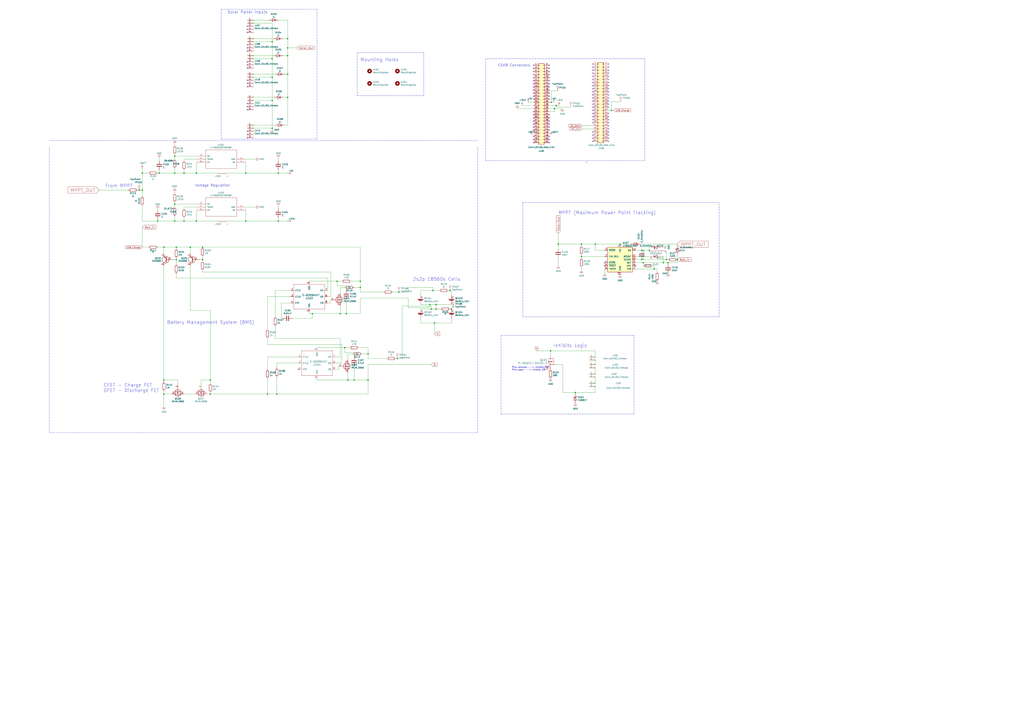
<source format=kicad_sch>
(kicad_sch (version 20211123) (generator eeschema)
  (paper "A1")
  (title_block (title "Atharva-EPS") (date "2022-08-27") (rev "1.0") (comment 1 "Atharva Kulkarni"))
  (junction (at 509.27 200.66))
  (junction (at 228.6 142.24))
  (junction (at 456.692 86.6902))
  (junction (at 151.13 142.24))
  (junction (at 295.91 236.22))
  (junction (at 143.51 142.24))
  (junction (at 143.51 128.27))
  (junction (at 236.22 31.75))
  (junction (at 161.29 181.61))
  (junction (at 236.22 60.96))
  (junction (at 458.47 200.66))
  (junction (at 548.64 215.9))
  (junction (at 527.05 213.36))
  (junction (at 236.22 45.72))
  (junction (at 547.37 213.36))
  (junction (at 356.87 265.43))
  (junction (at 228.6 181.61))
  (junction (at 114.3 156.21))
  (junction (at 151.13 181.61))
  (junction (at 161.29 142.24))
  (junction (at 134.62 312.42))
  (junction (at 455.422 89.2302))
  (junction (at 144.78 203.2))
  (junction (at 134.62 203.2))
  (junction (at 472.44 322.58))
  (junction (at 358.14 254))
  (junction (at 223.52 34.29))
  (junction (at 116.84 142.24))
  (junction (at 477.52 200.66))
  (junction (at 452.12 288.29))
  (junction (at 156.21 203.2))
  (junction (at 129.54 181.61))
  (junction (at 172.72 323.85))
  (junction (at 295.91 231.14))
  (junction (at 354.33 254))
  (junction (at 358.14 250.19))
  (junction (at 130.81 142.24))
  (junction (at 533.4 205.74))
  (junction (at 326.39 294.64))
  (junction (at 284.48 257.81))
  (junction (at 452.882 84.1502))
  (junction (at 285.75 312.42))
  (junction (at 556.26 213.36))
  (junction (at 166.37 203.2))
  (junction (at 276.86 231.14))
  (junction (at 223.52 105.41))
  (junction (at 527.05 205.74))
  (junction (at 223.52 48.26))
  (junction (at 166.37 213.36))
  (junction (at 302.26 312.42))
  (junction (at 528.32 215.9))
  (junction (at 223.52 82.55))
  (junction (at 355.6 238.76))
  (junction (at 302.26 290.83))
  (junction (at 502.158 90.7034))
  (junction (at 477.52 210.82))
  (junction (at 353.06 250.19))
  (junction (at 116.84 156.21))
  (junction (at 537.21 220.98))
  (junction (at 279.4 257.81))
  (junction (at 488.95 200.66))
  (junction (at 144.78 213.36))
  (junction (at 370.84 254))
  (junction (at 172.72 312.42))
  (junction (at 236.22 39.37))
  (junction (at 201.93 181.61))
  (junction (at 369.57 238.76))
  (junction (at 283.21 285.75))
  (junction (at 290.83 312.42))
  (junction (at 327.66 240.03))
  (junction (at 143.51 167.64))
  (junction (at 227.33 323.85))
  (junction (at 256.54 257.81))
  (junction (at 219.71 323.85))
  (junction (at 134.62 323.85))
  (junction (at 544.83 215.9))
  (junction (at 143.51 181.61))
  (junction (at 223.52 63.5))
  (junction (at 201.93 142.24))
  (junction (at 236.22 80.01))
  (no_connect (at 203.2 90.17))
  (no_connect (at 203.2 71.12))
  (no_connect (at 486.918 52.6034))
  (no_connect (at 486.918 55.1434))
  (no_connect (at 499.618 55.1434))
  (no_connect (at 486.918 98.3234))
  (no_connect (at 438.277 112.0902))
  (no_connect (at 438.277 79.0702))
  (no_connect (at 450.977 79.0702))
  (no_connect (at 499.618 78.0034))
  (no_connect (at 203.2 87.63))
  (no_connect (at 486.918 85.6234))
  (no_connect (at 499.618 103.4034))
  (no_connect (at 499.618 108.4834))
  (no_connect (at 499.618 93.2434))
  (no_connect (at 496.57 218.44))
  (no_connect (at 486.918 70.3834))
  (no_connect (at 203.2 50.8))
  (no_connect (at 499.618 70.3834))
  (no_connect (at 438.277 66.3702))
  (no_connect (at 203.2 53.34))
  (no_connect (at 499.618 98.3234))
  (no_connect (at 499.618 88.1634))
  (no_connect (at 438.277 76.5302))
  (no_connect (at 438.277 91.7702))
  (no_connect (at 203.2 39.37))
  (no_connect (at 245.11 303.53))
  (no_connect (at 450.977 66.3702))
  (no_connect (at 203.2 113.03))
  (no_connect (at 450.977 61.2902))
  (no_connect (at 450.977 56.2102))
  (no_connect (at 499.618 113.5634))
  (no_connect (at 450.977 73.9902))
  (no_connect (at 486.918 116.1034))
  (no_connect (at 499.618 60.2234))
  (no_connect (at 499.618 67.8434))
  (no_connect (at 438.277 73.9902))
  (no_connect (at 203.2 110.49))
  (no_connect (at 486.918 108.4834))
  (no_connect (at 450.977 63.8302))
  (no_connect (at 486.918 78.0034))
  (no_connect (at 203.2 36.83))
  (no_connect (at 438.277 53.6702))
  (no_connect (at 438.277 71.4502))
  (no_connect (at 499.618 85.6234))
  (no_connect (at 486.918 80.5434))
  (no_connect (at 499.618 72.9234))
  (no_connect (at 438.277 107.0102))
  (no_connect (at 450.977 107.0102))
  (no_connect (at 450.977 53.6702))
  (no_connect (at 499.618 80.5434))
  (no_connect (at 438.277 94.3102))
  (no_connect (at 450.977 81.6102))
  (no_connect (at 499.618 75.4634))
  (no_connect (at 203.2 41.91))
  (no_connect (at 486.918 93.2434))
  (no_connect (at 203.2 21.59))
  (no_connect (at 203.2 68.58))
  (no_connect (at 486.918 67.8434))
  (no_connect (at 203.2 26.67))
  (no_connect (at 486.918 83.0834))
  (no_connect (at 499.618 100.8634))
  (no_connect (at 450.977 96.8502))
  (no_connect (at 521.97 218.44))
  (no_connect (at 486.918 90.7034))
  (no_connect (at 499.618 52.6034))
  (no_connect (at 486.918 75.4634))
  (no_connect (at 450.977 71.4502))
  (no_connect (at 450.977 101.9302))
  (no_connect (at 486.918 95.7834))
  (no_connect (at 499.618 57.6834))
  (no_connect (at 450.977 104.4702))
  (no_connect (at 450.977 117.1702))
  (no_connect (at 438.277 99.3902))
  (no_connect (at 450.977 94.3102))
  (no_connect (at 486.918 100.8634))
  (no_connect (at 203.2 66.04))
  (no_connect (at 486.918 72.9234))
  (no_connect (at 499.618 95.7834))
  (no_connect (at 438.277 63.8302))
  (no_connect (at 438.277 61.2902))
  (no_connect (at 438.277 101.9302))
  (no_connect (at 486.918 113.5634))
  (no_connect (at 486.918 60.2234))
  (no_connect (at 450.977 58.7502))
  (no_connect (at 486.918 65.3034))
  (no_connect (at 499.618 105.9434))
  (no_connect (at 438.277 117.1702))
  (no_connect (at 499.618 62.7634))
  (no_connect (at 438.277 68.9102))
  (no_connect (at 499.618 65.3034))
  (no_connect (at 438.277 96.8502))
  (no_connect (at 450.977 68.9102))
  (no_connect (at 450.977 114.6302))
  (no_connect (at 499.618 116.1034))
  (no_connect (at 450.977 112.0902))
  (no_connect (at 450.977 76.5302))
  (no_connect (at 450.977 99.3902))
  (no_connect (at 203.2 107.95))
  (no_connect (at 499.618 83.0834))
  (no_connect (at 486.918 62.7634))
  (no_connect (at 438.277 81.6102))
  (no_connect (at 438.277 104.4702))
  (no_connect (at 486.918 111.0234))
  (no_connect (at 203.2 24.13))
  (no_connect (at 438.277 114.6302))
  (no_connect (at 203.2 85.09))
  (no_connect (at 499.618 111.0234))
  (no_connect (at 438.277 58.7502))
  (no_connect (at 486.918 57.6834))
  (no_connect (at 203.2 55.88))
  (no_connect (at 486.918 88.1634))
  (no_connect (at 438.277 56.2102))
  (no_connect (at 496.57 215.9))
  (wire (pts (xy 295.91 257.81) (xy 295.91 245.11)))
  (wire (pts (xy 256.54 257.81) (xy 279.4 257.81)))
  (wire (pts (xy 544.83 215.9) (xy 548.64 215.9)))
  (polyline (pts (xy 260.35 114.3) (xy 260.35 7.62)))
  (wire (pts (xy 219.71 293.37) (xy 219.71 303.53)))
  (wire (pts (xy 156.21 255.27) (xy 156.21 218.44)))
  (wire (pts (xy 142.24 213.36) (xy 144.78 213.36)))
  (wire (pts (xy 345.44 261.62) (xy 345.44 265.43)))
  (wire (pts (xy 134.62 218.44) (xy 134.62 312.42)))
  (wire (pts (xy 370.84 242.57) (xy 370.84 238.76)))
  (wire (pts (xy 161.29 142.24) (xy 179.07 142.24)))
  (wire (pts (xy 483.87 307.34) (xy 488.95 307.34)))
  (wire (pts (xy 345.44 254) (xy 354.33 254)))
  (wire (pts (xy 488.95 205.74) (xy 488.95 200.66)))
  (wire (pts (xy 548.64 215.9) (xy 556.26 215.9)))
  (wire (pts (xy 238.76 248.92) (xy 231.14 248.92)))
  (wire (pts (xy 488.95 299.72) (xy 483.87 299.72)))
  (wire (pts (xy 236.22 45.72) (xy 236.22 39.37)))
  (wire (pts (xy 544.83 210.82) (xy 544.83 215.9)))
  (wire (pts (xy 129.54 171.45) (xy 129.54 172.72)))
  (wire (pts (xy 521.97 210.82) (xy 534.67 210.82)))
  (wire (pts (xy 219.71 278.13) (xy 219.71 283.21)))
  (wire (pts (xy 450.977 86.6902) (xy 456.692 86.6902)))
  (wire (pts (xy 285.75 295.91) (xy 285.75 290.83)))
  (wire (pts (xy 326.39 294.64) (xy 330.2 294.64)))
  (wire (pts (xy 533.4 205.74) (xy 533.4 203.2)))
  (wire (pts (xy 502.158 90.7034) (xy 502.158 83.7184)))
  (wire (pts (xy 302.26 312.42) (xy 302.26 323.85)))
  (wire (pts (xy 345.44 265.43) (xy 356.87 265.43)))
  (wire (pts (xy 203.2 82.55) (xy 223.52 82.55)))
  (wire (pts (xy 456.692 87.9602) (xy 468.757 87.9602)))
  (wire (pts (xy 203.2 105.41) (xy 223.52 105.41)))
  (wire (pts (xy 114.3 156.21) (xy 116.84 156.21)))
  (wire (pts (xy 151.13 181.61) (xy 161.29 181.61)))
  (wire (pts (xy 113.03 156.21) (xy 114.3 156.21)))
  (wire (pts (xy 548.64 217.17) (xy 548.64 215.9)))
  (wire (pts (xy 295.91 236.22) (xy 295.91 240.03)))
  (wire (pts (xy 542.29 203.2) (xy 544.83 203.2)))
  (wire (pts (xy 521.97 215.9) (xy 528.32 215.9)))
  (wire (pts (xy 161.29 181.61) (xy 179.07 181.61)))
  (wire (pts (xy 166.37 222.25) (xy 166.37 223.52)))
  (polyline (pts (xy 411.48 275.59) (xy 411.48 340.36)))
  (wire (pts (xy 488.95 293.37) (xy 483.87 293.37)))
  (wire (pts (xy 275.59 293.37) (xy 279.4 293.37)))
  (wire (pts (xy 353.06 250.19) (xy 358.14 250.19)))
  (wire (pts (xy 238.76 243.84) (xy 219.71 243.84)))
  (wire (pts (xy 134.62 312.42) (xy 134.62 313.69)))
  (wire (pts (xy 161.29 128.27) (xy 143.51 128.27)))
  (wire (pts (xy 81.28 156.21) (xy 105.41 156.21)))
  (wire (pts (xy 458.47 191.77) (xy 458.47 200.66)))
  (wire (pts (xy 254 231.14) (xy 276.86 231.14)))
  (polyline (pts (xy 293.37 43.18) (xy 293.37 78.74)))
  (polyline (pts (xy 529.59 132.08) (xy 529.59 48.26)))
  (wire (pts (xy 302.26 290.83) (xy 302.26 294.64)))
  (wire (pts (xy 279.4 241.3) (xy 279.4 236.22)))
  (wire (pts (xy 232.766 80.01) (xy 236.22 80.01)))
  (wire (pts (xy 227.33 323.85) (xy 302.26 323.85)))
  (wire (pts (xy 144.78 228.6) (xy 269.24 228.6)))
  (wire (pts (xy 322.58 240.03) (xy 327.66 240.03)))
  (wire (pts (xy 283.21 285.75) (xy 287.02 285.75)))
  (polyline (pts (xy 398.78 48.26) (xy 398.78 132.08)))
  (wire (pts (xy 143.51 128.27) (xy 143.51 127)))
  (polyline (pts (xy 398.78 132.08) (xy 529.59 132.08)))
  (wire (pts (xy 290.83 312.42) (xy 302.26 312.42)))
  (wire (pts (xy 499.618 90.7034) (xy 502.158 90.7034)))
  (wire (pts (xy 527.05 205.74) (xy 533.4 205.74)))
  (wire (pts (xy 201.93 172.72) (xy 201.93 181.61)))
  (wire (pts (xy 130.81 129.54) (xy 130.81 132.08)))
  (wire (pts (xy 165.1 312.42) (xy 165.1 316.23)))
  (wire (pts (xy 455.422 91.7702) (xy 455.422 89.2302)))
  (wire (pts (xy 165.1 312.42) (xy 172.72 312.42)))
  (wire (pts (xy 356.87 265.43) (xy 356.87 274.32)))
  (wire (pts (xy 354.33 254) (xy 358.14 254)))
  (wire (pts (xy 143.51 119.38) (xy 143.51 118.11)))
  (wire (pts (xy 370.84 265.43) (xy 370.84 261.62)))
  (wire (pts (xy 452.882 84.1502) (xy 452.882 74.6252)))
  (wire (pts (xy 302.26 294.64) (xy 317.5 294.64)))
  (wire (pts (xy 488.95 288.29) (xy 488.95 293.37)))
  (wire (pts (xy 509.27 200.66) (xy 518.16 200.66)))
  (wire (pts (xy 186.69 181.61) (xy 201.93 181.61)))
  (polyline (pts (xy 347.98 78.74) (xy 347.98 43.18)))
  (wire (pts (xy 355.6 238.76) (xy 360.68 238.76)))
  (wire (pts (xy 528.32 218.44) (xy 528.32 215.9)))
  (wire (pts (xy 488.95 314.96) (xy 483.87 314.96)))
  (wire (pts (xy 488.95 317.5) (xy 488.95 322.58)))
  (wire (pts (xy 424.942 89.2302) (xy 438.277 89.2302)))
  (wire (pts (xy 496.57 205.74) (xy 488.95 205.74)))
  (wire (pts (xy 477.52 219.71) (xy 477.52 222.25)))
  (wire (pts (xy 151.13 179.07) (xy 151.13 181.61)))
  (wire (pts (xy 290.83 300.99) (xy 290.83 312.42)))
  (polyline (pts (xy 529.59 48.26) (xy 398.78 48.26)))
  (wire (pts (xy 144.78 212.09) (xy 144.78 213.36)))
  (wire (pts (xy 231.14 248.92) (xy 231.14 261.62)))
  (wire (pts (xy 458.47 200.66) (xy 458.47 204.47)))
  (wire (pts (xy 236.22 31.75) (xy 236.22 16.51)))
  (wire (pts (xy 276.86 234.95) (xy 284.48 234.95)))
  (wire (pts (xy 284.48 246.38) (xy 284.48 257.81)))
  (wire (pts (xy 269.24 248.92) (xy 271.78 248.92)))
  (wire (pts (xy 488.95 295.91) (xy 488.95 299.72)))
  (wire (pts (xy 161.29 172.72) (xy 161.29 181.61)))
  (wire (pts (xy 228.6 129.54) (xy 228.6 132.08)))
  (wire (pts (xy 345.44 250.19) (xy 353.06 250.19)))
  (wire (pts (xy 144.78 203.2) (xy 134.62 203.2)))
  (wire (pts (xy 527.05 213.36) (xy 547.37 213.36)))
  (wire (pts (xy 236.22 80.01) (xy 236.22 60.96)))
  (wire (pts (xy 335.28 240.03) (xy 335.28 236.22)))
  (wire (pts (xy 219.71 243.84) (xy 219.71 270.51)))
  (wire (pts (xy 240.03 261.62) (xy 256.54 261.62)))
  (wire (pts (xy 203.2 60.96) (xy 226.06 60.96)))
  (wire (pts (xy 151.13 323.85) (xy 160.02 323.85)))
  (wire (pts (xy 223.52 82.55) (xy 223.52 105.41)))
  (wire (pts (xy 276.86 231.14) (xy 276.86 234.95)))
  (wire (pts (xy 260.35 311.15) (xy 260.35 312.42)))
  (wire (pts (xy 163.83 213.36) (xy 166.37 213.36)))
  (wire (pts (xy 226.06 267.97) (xy 226.06 278.13)))
  (wire (pts (xy 134.62 321.31) (xy 134.62 323.85)))
  (polyline (pts (xy 293.37 78.74) (xy 347.98 78.74)))
  (wire (pts (xy 203.2 19.05) (xy 223.52 19.05)))
  (wire (pts (xy 276.86 231.14) (xy 280.67 231.14)))
  (wire (pts (xy 166.37 210.82) (xy 166.37 213.36)))
  (wire (pts (xy 370.84 254) (xy 370.84 252.73)))
  (wire (pts (xy 203.2 48.26) (xy 223.52 48.26)))
  (wire (pts (xy 271.78 243.84) (xy 271.78 223.52)))
  (wire (pts (xy 356.87 265.43) (xy 370.84 265.43)))
  (wire (pts (xy 275.59 303.53) (xy 278.13 303.53)))
  (wire (pts (xy 283.21 285.75) (xy 283.21 289.56)))
  (wire (pts (xy 186.69 142.24) (xy 201.93 142.24)))
  (wire (pts (xy 156.21 203.2) (xy 144.78 203.2)))
  (wire (pts (xy 502.158 83.7184) (xy 509.778 83.7184)))
  (wire (pts (xy 260.35 312.42) (xy 285.75 312.42)))
  (wire (pts (xy 151.13 171.45) (xy 151.13 170.18)))
  (wire (pts (xy 488.95 309.88) (xy 483.87 309.88)))
  (wire (pts (xy 302.26 285.75) (xy 302.26 290.83)))
  (wire (pts (xy 201.93 133.35) (xy 201.93 142.24)))
  (wire (pts (xy 143.51 130.81) (xy 143.51 128.27)))
  (wire (pts (xy 121.92 203.2) (xy 116.84 203.2)))
  (wire (pts (xy 295.91 231.14) (xy 295.91 236.22)))
  (wire (pts (xy 260.35 285.75) (xy 283.21 285.75)))
  (wire (pts (xy 129.54 180.34) (xy 129.54 181.61)))
  (wire (pts (xy 290.83 236.22) (xy 295.91 236.22)))
  (wire (pts (xy 535.94 218.44) (xy 537.21 218.44)))
  (wire (pts (xy 134.62 208.28) (xy 134.62 203.2)))
  (wire (pts (xy 478.028 105.9434) (xy 486.918 105.9434)))
  (wire (pts (xy 533.4 207.01) (xy 534.67 207.01)))
  (wire (pts (xy 452.12 288.29) (xy 488.95 288.29)))
  (wire (pts (xy 327.66 240.03) (xy 335.28 240.03)))
  (wire (pts (xy 203.2 45.72) (xy 224.79 45.72)))
  (wire (pts (xy 116.84 138.43) (xy 116.84 142.24)))
  (wire (pts (xy 129.54 142.24) (xy 130.81 142.24)))
  (polyline (pts (xy 480.9236 133.3246) (xy 482.6254 133.3246)))
  (wire (pts (xy 236.22 60.96) (xy 236.22 45.72)))
  (wire (pts (xy 369.57 238.76) (xy 370.84 238.76)))
  (wire (pts (xy 284.48 257.81) (xy 295.91 257.81)))
  (wire (pts (xy 528.32 215.9) (xy 544.83 215.9)))
  (wire (pts (xy 144.78 224.79) (xy 144.78 228.6)))
  (wire (pts (xy 285.75 306.07) (xy 285.75 312.42)))
  (wire (pts (xy 295.91 245.11) (xy 335.28 245.11)))
  (wire (pts (xy 537.21 218.44) (xy 537.21 220.98)))
  (wire (pts (xy 201.93 142.24) (xy 228.6 142.24)))
  (wire (pts (xy 330.2 294.64) (xy 330.2 251.46)))
  (wire (pts (xy 269.24 238.76) (xy 269.24 228.6)))
  (wire (pts (xy 256.54 261.62) (xy 256.54 257.81)))
  (wire (pts (xy 521.97 205.74) (xy 527.05 205.74)))
  (wire (pts (xy 477.52 209.55) (xy 477.52 210.82)))
  (wire (pts (xy 161.29 133.35) (xy 161.29 142.24)))
  (wire (pts (xy 228.6 179.07) (xy 228.6 181.61)))
  (wire (pts (xy 537.21 220.98) (xy 539.75 220.98)))
  (wire (pts (xy 143.51 167.64) (xy 143.51 166.37)))
  (wire (pts (xy 227.33 309.88) (xy 227.33 323.85)))
  (wire (pts (xy 228.6 181.61) (xy 236.22 181.61)))
  (wire (pts (xy 143.51 158.75) (xy 143.51 157.48)))
  (wire (pts (xy 156.21 208.28) (xy 156.21 203.2)))
  (wire (pts (xy 472.44 323.85) (xy 472.44 322.58)))
  (wire (pts (xy 166.37 223.52) (xy 271.78 223.52)))
  (wire (pts (xy 279.4 257.81) (xy 284.48 257.81)))
  (wire (pts (xy 302.26 312.42) (xy 302.26 299.72)))
  (wire (pts (xy 172.72 322.58) (xy 172.72 323.85)))
  (wire (pts (xy 345.44 238.76) (xy 355.6 238.76)))
  (wire (pts (xy 302.26 299.72) (xy 354.33 299.72)))
  (wire (pts (xy 146.05 316.23) (xy 146.05 312.42)))
  (wire (pts (xy 547.37 213.36) (xy 548.64 213.36)))
  (wire (pts (xy 355.6 236.22) (xy 355.6 238.76)))
  (wire (pts (xy 116.84 168.91) (xy 116.84 181.61)))
  (wire (pts (xy 450.977 89.2302) (xy 455.422 89.2302)))
  (wire (pts (xy 542.29 210.82) (xy 544.83 210.82)))
  (wire (pts (xy 129.54 181.61) (xy 143.51 181.61)))
  (wire (pts (xy 462.28 299.72) (xy 462.28 322.58)))
  (wire (pts (xy 144.78 213.36) (xy 144.78 217.17)))
  (wire (pts (xy 233.68 102.87) (xy 236.22 102.87)))
  (wire (pts (xy 236.22 39.37) (xy 243.84 39.37)))
  (wire (pts (xy 203.2 80.01) (xy 225.146 80.01)))
  (wire (pts (xy 219.71 311.15) (xy 219.71 323.85)))
  (wire (pts (xy 166.37 213.36) (xy 166.37 214.63)))
  (wire (pts (xy 166.37 203.2) (xy 156.21 203.2)))
  (wire (pts (xy 283.21 289.56) (xy 290.83 289.56)))
  (wire (pts (xy 172.72 323.85) (xy 219.71 323.85)))
  (wire (pts (xy 219.71 323.85) (xy 227.33 323.85)))
  (wire (pts (xy 143.51 170.18) (xy 143.51 167.64)))
  (wire (pts (xy 450.977 91.7702) (xy 455.422 91.7702)))
  (wire (pts (xy 201.93 170.18) (xy 209.55 170.18)))
  (wire (pts (xy 203.2 34.29) (xy 223.52 34.29)))
  (wire (pts (xy 201.93 130.81) (xy 209.55 130.81)))
  (wire (pts (xy 228.6 142.24) (xy 236.22 142.24)))
  (wire (pts (xy 203.2 31.75) (xy 224.79 31.75)))
  (wire (pts (xy 236.22 102.87) (xy 236.22 80.01)))
  (wire (pts (xy 496.57 220.98) (xy 496.57 224.79)))
  (wire (pts (xy 452.12 302.26) (xy 452.12 303.53)))
  (polyline (pts (xy 40.64 115.57) (xy 392.43 115.57)))
  (wire (pts (xy 172.72 312.42) (xy 172.72 314.96)))
  (wire (pts (xy 483.87 295.91) (xy 488.95 295.91)))
  (wire (pts (xy 233.68 60.96) (xy 236.22 60.96)))
  (wire (pts (xy 477.52 200.66) (xy 488.95 200.66)))
  (wire (pts (xy 556.26 213.36) (xy 556.26 215.9)))
  (wire (pts (xy 203.2 102.87) (xy 226.06 102.87)))
  (polyline (pts (xy 181.61 7.62) (xy 181.61 114.3)))
  (wire (pts (xy 279.4 236.22) (xy 283.21 236.22)))
  (wire (pts (xy 231.14 261.62) (xy 232.41 261.62)))
  (wire (pts (xy 238.76 238.76) (xy 226.06 238.76)))
  (polyline (pts (xy 590.55 260.35) (xy 590.55 166.37)))
  (wire (pts (xy 335.28 236.22) (xy 355.6 236.22)))
  (polyline (pts (xy 40.64 355.6) (xy 40.64 120.65)))
  (wire (pts (xy 477.52 210.82) (xy 477.52 212.09)))
  (polyline (pts (xy 520.7 275.59) (xy 411.48 275.59)))
  (wire (pts (xy 457.2 299.72) (xy 462.28 299.72)))
  (wire (pts (xy 488.95 307.34) (xy 488.95 302.26)))
  (wire (pts (xy 533.4 205.74) (xy 533.4 207.01)))
  (wire (pts (xy 533.4 203.2) (xy 534.67 203.2)))
  (wire (pts (xy 143.51 142.24) (xy 143.51 138.43)))
  (wire (pts (xy 325.12 294.64) (xy 326.39 294.64)))
  (wire (pts (xy 151.13 130.81) (xy 161.29 130.81)))
  (wire (pts (xy 294.64 285.75) (xy 302.26 285.75)))
  (wire (pts (xy 354.33 251.46) (xy 354.33 254)))
  (wire (pts (xy 130.81 142.24) (xy 143.51 142.24)))
  (wire (pts (xy 228.6 139.7) (xy 228.6 142.24)))
  (polyline (pts (xy 429.26 260.35) (xy 590.55 260.35)))
  (wire (pts (xy 151.13 132.08) (xy 151.13 130.81)))
  (wire (pts (xy 496.57 210.82) (xy 477.52 210.82)))
  (wire (pts (xy 295.91 240.03) (xy 314.96 240.03)))
  (wire (pts (xy 556.26 213.36) (xy 556.26 209.55)))
  (wire (pts (xy 345.44 238.76) (xy 345.44 242.57)))
  (wire (pts (xy 203.2 16.51) (xy 220.98 16.51)))
  (wire (pts (xy 455.422 89.2302) (xy 461.772 89.2302)))
  (wire (pts (xy 353.06 252.73) (xy 353.06 250.19)))
  (wire (pts (xy 284.48 234.95) (xy 284.48 238.76)))
  (wire (pts (xy 477.52 200.66) (xy 477.52 201.93)))
  (wire (pts (xy 245.11 298.45) (xy 227.33 298.45)))
  (wire (pts (xy 227.33 298.45) (xy 227.33 302.26)))
  (wire (pts (xy 521.97 213.36) (xy 527.05 213.36)))
  (wire (pts (xy 140.97 323.85) (xy 134.62 323.85)))
  (wire (pts (xy 219.71 283.21) (xy 280.67 283.21)))
  (polyline (pts (xy 392.43 355.6) (xy 40.64 355.6)))
  (wire (pts (xy 295.91 203.2) (xy 295.91 231.14)))
  (wire (pts (xy 488.95 200.66) (xy 509.27 200.66)))
  (wire (pts (xy 521.97 220.98) (xy 537.21 220.98)))
  (wire (pts (xy 116.84 142.24) (xy 116.84 156.21)))
  (wire (pts (xy 275.59 298.45) (xy 280.67 298.45)))
  (wire (pts (xy 143.51 181.61) (xy 151.13 181.61)))
  (wire (pts (xy 151.13 142.24) (xy 161.29 142.24)))
  (wire (pts (xy 330.2 251.46) (xy 354.33 251.46)))
  (wire (pts (xy 285.75 290.83) (xy 289.56 290.83)))
  (wire (pts (xy 358.14 250.19) (xy 358.14 254)))
  (wire (pts (xy 452.882 74.6252) (xy 457.962 74.6252)))
  (wire (pts (xy 462.28 322.58) (xy 472.44 322.58)))
  (wire (pts (xy 130.81 139.7) (xy 130.81 142.24)))
  (wire (pts (xy 223.52 19.05) (xy 223.52 34.29)))
  (wire (pts (xy 254 257.81) (xy 256.54 257.81)))
  (wire (pts (xy 151.13 139.7) (xy 151.13 142.24)))
  (wire (pts (xy 144.78 203.2) (xy 144.78 204.47)))
  (wire (pts (xy 236.22 39.37) (xy 236.22 31.75)))
  (wire (pts (xy 456.692 86.6902) (xy 456.692 87.9602)))
  (wire (pts (xy 335.28 252.73) (xy 353.06 252.73)))
  (polyline (pts (xy 392.43 120.65) (xy 392.43 355.6)))
  (wire (pts (xy 170.18 323.85) (xy 172.72 323.85)))
  (polyline (pts (xy 429.26 166.37) (xy 429.26 260.35)))
  (wire (pts (xy 488.95 309.88) (xy 488.95 314.96)))
  (wire (pts (xy 285.75 312.42) (xy 290.83 312.42)))
  (wire (pts (xy 223.52 63.5) (xy 223.52 82.55)))
  (wire (pts (xy 245.11 293.37) (xy 219.71 293.37)))
  (wire (pts (xy 433.832 84.1502) (xy 438.277 84.1502)))
  (wire (pts (xy 271.78 248.92) (xy 271.78 246.38)))
  (wire (pts (xy 166.37 203.2) (xy 295.91 203.2)))
  (wire (pts (xy 369.57 254) (xy 370.84 254)))
  (wire (pts (xy 502.158 90.7034) (xy 504.063 90.7034)))
  (wire (pts (xy 143.51 142.24) (xy 151.13 142.24)))
  (wire (pts (xy 458.47 200.66) (xy 477.52 200.66)))
  (wire (pts (xy 228.6 168.91) (xy 228.6 171.45)))
  (polyline (pts (xy 590.55 166.37) (xy 429.26 166.37)))
  (wire (pts (xy 370.84 252.73) (xy 372.11 252.73)))
  (wire (pts (xy 279.4 278.13) (xy 226.06 278.13)))
  (wire (pts (xy 201.93 181.61) (xy 228.6 181.61)))
  (wire (pts (xy 161.29 167.64) (xy 143.51 167.64)))
  (polyline (pts (xy 181.61 7.62) (xy 260.35 7.62)))
  (wire (pts (xy 146.05 312.42) (xy 134.62 312.42)))
  (wire (pts (xy 556.26 201.93) (xy 556.26 200.66)))
  (wire (pts (xy 525.78 200.66) (xy 556.26 200.66)))
  (wire (pts (xy 472.44 322.58) (xy 488.95 322.58)))
  (wire (pts (xy 116.84 186.69) (xy 116.84 203.2)))
  (wire (pts (xy 452.12 292.1) (xy 452.12 288.29)))
  (wire (pts (xy 450.977 84.1502) (xy 452.882 84.1502)))
  (wire (pts (xy 172.72 255.27) (xy 156.21 255.27)))
  (wire (pts (xy 488.95 302.26) (xy 483.87 302.26)))
  (wire (pts (xy 172.72 312.42) (xy 172.72 255.27)))
  (wire (pts (xy 223.52 105.41) (xy 223.52 106.68)))
  (wire (pts (xy 279.4 251.46) (xy 279.4 257.81)))
  (polyline (pts (xy 181.61 114.3) (xy 260.35 114.3)))
  (wire (pts (xy 232.41 31.75) (xy 236.22 31.75)))
  (wire (pts (xy 547.37 207.01) (xy 547.37 213.36)))
  (wire (pts (xy 278.13 303.53) (xy 278.13 300.99)))
  (wire (pts (xy 223.52 34.29) (xy 223.52 48.26)))
  (wire (pts (xy 290.83 289.56) (xy 290.83 293.37)))
  (wire (pts (xy 151.13 170.18) (xy 161.29 170.18)))
  (polyline (pts (xy 411.48 340.36) (xy 520.7 340.36)))
  (wire (pts (xy 483.87 317.5) (xy 488.95 317.5)))
  (wire (pts (xy 116.84 142.24) (xy 121.92 142.24)))
  (wire (pts (xy 254 256.54) (xy 254 257.81)))
  (wire (pts (xy 456.692 86.6902) (xy 459.232 86.6902)))
  (wire (pts (xy 358.14 250.19) (xy 370.84 250.19)))
  (wire (pts (xy 452.882 84.1502) (xy 454.787 84.1502)))
  (polyline (pts (xy 347.98 43.18) (xy 293.37 43.18)))
  (wire (pts (xy 228.6 16.51) (xy 236.22 16.51)))
  (wire (pts (xy 134.62 323.85) (xy 134.62 334.01)))
  (wire (pts (xy 440.69 288.29) (xy 452.12 288.29)))
  (wire (pts (xy 458.47 212.09) (xy 458.47 218.44)))
  (wire (pts (xy 297.18 290.83) (xy 302.26 290.83)))
  (wire (pts (xy 269.24 243.84) (xy 271.78 243.84)))
  (wire (pts (xy 358.14 254) (xy 361.95 254)))
  (wire (pts (xy 134.62 203.2) (xy 129.54 203.2)))
  (wire (pts (xy 116.84 156.21) (xy 116.84 161.29)))
  (wire (pts (xy 478.028 103.4034) (xy 486.918 103.4034)))
  (wire (pts (xy 232.41 45.72) (xy 236.22 45.72)))
  (wire (pts (xy 279.4 293.37) (xy 279.4 278.13)))
  (wire (pts (xy 368.3 238.76) (xy 369.57 238.76)))
  (wire (pts (xy 116.84 181.61) (xy 129.54 181.61)))
  (wire (pts (xy 223.52 48.26) (xy 223.52 63.5)))
  (wire (pts (xy 288.29 231.14) (xy 295.91 231.14)))
  (wire (pts (xy 335.28 245.11) (xy 335.28 252.73)))
  (wire (pts (xy 226.06 238.76) (xy 226.06 260.35)))
  (polyline (pts (xy 520.7 340.36) (xy 520.7 275.59)))
  (wire (pts (xy 438.277 86.6902) (xy 428.752 86.6902)))
  (wire (pts (xy 280.67 283.21) (xy 280.67 298.45)))
  (wire (pts (xy 143.51 181.61) (xy 143.51 177.8)))
  (wire (pts (xy 539.75 223.52) (xy 539.75 220.98)))
  (wire (pts (xy 203.2 63.5) (xy 223.52 63.5)))
  (text "Mounting Holes" (at 295.91 50.8 0) (effects (font (size 2.6924 2.6924)) (justify left bottom)))
  (text "CSKB Connectors" (at 409.067 54.9402 0) (effects (font (size 2.0066 2.0066)) (justify left bottom)))
  (text "CFET - Charge FET\nDFET - Discharge FET" (at 85.09 322.58 0) (effects (font (size 2.6924 2.6924)) (justify left bottom)))
  (text "Pins shorted --> Inhibits OFF\nPins open --> Inhibits ON" (at 420.37 304.8 0) (effects (font (size 1.2954 1.2954)) (justify left bottom)))
  (text "Voltage Regulation \n" (at 190.5 153.67 180) (effects (font (size 2.0066 2.0066)) (justify right bottom)))
  (text "MPPT (Maximum Power Point Tracking) " (at 458.47 176.53 0) (effects (font (size 2.6924 2.6924)) (justify left bottom)))
  (text "Battery Management System (BMS)" (at 137.16 266.7 0) (effects (font (size 2.6924 2.6924)) (justify left bottom)))
  (text "Solar Panel Inputs\n" (at 186.69 11.43 0) (effects (font (size 2.3114 2.3114)) (justify left bottom)))
  (text "2s2p 18560s Cells" (at 339.09 231.14 0) (effects (font (size 2.6924 2.6924)) (justify left bottom)))
  (text "From MPPT\n\n" (at 86.36 158.75 0) (effects (font (size 2.6924 2.6924)) (justify left bottom)))
  (text "Inhibits Logic\n" (at 454.66 285.75 0) (effects (font (size 2.6924 2.6924)) (justify left bottom)))
  (global_label "A" (shape input) (at 356.87 274.32 0) (effects (font (size 1.6002 1.6002))) (property "Intersheet References" "${INTERSHEET_REFS}" (effects hide)))
  (global_label "Batt_in" (shape input) (at 116.84 186.69 0) (effects (font (size 1.6002 1.6002))) (property "Intersheet References" "${INTERSHEET_REFS}" (effects hide)))
  (global_label "I2C_CLK" (shape input) (at 478.028 105.9434 180) (property "Intersheet References" "${INTERSHEET_REFS}" (effects hide)))
  (global_label "USB_Charge" (shape input) (at 116.84 203.2 180) (property "Intersheet References" "${INTERSHEET_REFS}" (effects hide)))
  (global_label "USB_Charge" (shape input) (at 504.063 90.7034 0) (property "Intersheet References" "${INTERSHEET_REFS}" (effects hide)))
  (global_label "MPPT_OUT" (shape input) (at 556.26 200.66 0) (effects (font (size 2.6924 2.6924))) (property "Intersheet References" "${INTERSHEET_REFS}" (effects hide)))
  (global_label "B" (shape input) (at 354.33 299.72 0) (effects (font (size 1.6002 1.6002))) (property "Intersheet References" "${INTERSHEET_REFS}" (effects hide)))
  (global_label "I2C_DATA" (shape input) (at 478.028 103.4034 180) (property "Intersheet References" "${INTERSHEET_REFS}" (effects hide)))
  (global_label "MPPT_OUT" (shape input) (at 81.28 156.21 180) (effects (font (size 2.6924 2.6924))) (property "Intersheet References" "${INTERSHEET_REFS}" (effects hide)))
  (global_label "Solar_Out" (shape input) (at 458.47 191.77 90) (effects (font (size 1.6002 1.6002))) (property "Intersheet References" "${INTERSHEET_REFS}" (effects hide)))
  (global_label "B" (shape input) (at 452.12 302.26 180) (effects (font (size 1.6002 1.6002))) (property "Intersheet References" "${INTERSHEET_REFS}" (effects hide)))
  (global_label "A" (shape input) (at 440.69 288.29 90) (effects (font (size 1.1938 1.1938))) (property "Intersheet References" "${INTERSHEET_REFS}" (effects hide)))
  (global_label "Batt_in" (shape input) (at 556.26 213.36 0) (effects (font (size 1.6002 1.6002))) (property "Intersheet References" "${INTERSHEET_REFS}" (effects hide)))
  (global_label "Solar_Out" (shape input) (at 243.84 39.37 0) (effects (font (size 1.6002 1.6002))) (property "Intersheet References" "${INTERSHEET_REFS}" (effects hide)))
  (symbol (lib_id "Connector_Generic:Conn_02x26_Odd_Even") (at 491.998 83.0834 0) (unit 1)
    (property "Reference" "J106" (at 491.363 121.8184 0) (effects (justify left)))
    (property "Value" "Conn_02x26_Odd_Even" (at 483.108 119.2784 0) (effects (justify left)))
    (property "Footprint" "Connector_PinSocket_2.54mm:PinSocket_2x26_P2.54mm_Vertical" (effects hide))
  )
  (symbol (lib_id "Connector:TestPoint") (at 509.778 83.7184 0) (unit 1)
    (property "Reference" "TP105" (at 517.398 80.5434 0) (effects (justify right)))
    (property "Value" "TestPoint" (at 514.858 78.0034 0) (effects (justify right)))
    (property "Footprint" "TestPoint:TestPoint_Pad_1.0x1.0mm" (effects hide))
  )
  (symbol (lib_id "Connector_Generic:Conn_02x26_Odd_Even") (at 443.357 84.1502 0) (unit 1)
    (property "Reference" "J105" (at 442.087 124.1552 0) (effects (justify left)))
    (property "Value" "Conn_02x26_Odd_Even" (at 433.832 120.9802 0) (effects (justify left)))
    (property "Footprint" "Connector_PinSocket_2.54mm:PinSocket_2x26_P2.54mm_Vertical" (effects hide))
  )
  (symbol (lib_id "power:+5V") (at 454.787 84.1502 0) (unit 1)
    (property "Reference" "#PWR0119" (effects hide))
    (property "Value" "+5V" (at 454.787 80.9752 0))
  )
  (symbol (lib_id "power:+3V3") (at 459.232 86.6902 0) (unit 1)
    (property "Reference" "#PWR0123" (effects hide))
    (property "Value" "+3V3" (at 459.613 82.296 0))
  )
  (symbol (lib_id "power:+5V") (at 433.832 84.1502 0) (unit 1)
    (property "Reference" "#PWR0116" (effects hide))
    (property "Value" "+5V" (at 435.102 80.9752 0))
  )
  (symbol (lib_id "power:+3V3") (at 428.752 86.6902 0) (unit 1)
    (property "Reference" "#PWR0115" (effects hide))
    (property "Value" "+3V3" (at 429.133 82.296 0))
  )
  (symbol (lib_id "power:GND") (at 461.772 89.2302 0) (unit 1)
    (property "Reference" "#PWR0124" (effects hide))
    (property "Value" "GND" (at 461.899 93.6244 0))
  )
  (symbol (lib_id "power:GND") (at 424.942 89.2302 180) (unit 1)
    (property "Reference" "#PWR0114" (effects hide))
    (property "Value" "GND" (at 424.815 84.836 0))
  )
  (symbol (lib_id "Connector:TestPoint") (at 457.962 74.6252 0) (unit 1)
    (property "Reference" "TP101" (at 464.947 72.0852 0) (effects (justify right)))
    (property "Value" "TestPoint" (at 462.407 68.9102 0) (effects (justify right)))
    (property "Footprint" "TestPoint:TestPoint_Pad_1.0x1.0mm" (effects hide))
  )
  (symbol (lib_id "Connector:TestPoint") (at 468.757 87.9602 0) (unit 1)
    (property "Reference" "TP102" (at 470.2302 84.963 0) (effects (justify left)))
    (property "Value" "TestPoint" (at 470.2302 87.2744 0) (effects (justify left)))
    (property "Footprint" "TestPoint:TestPoint_Pad_1.0x1.0mm" (effects hide))
  )
  (symbol (lib_id "power:+BATT") (at 438.277 109.5502 90) (unit 1)
    (property "Reference" "#PWR0117" (effects hide))
    (property "Value" "+BATT" (at 436.3466 108.3564 90))
  )
  (symbol (lib_id "power:+BATT") (at 450.977 109.5502 270) (unit 1)
    (property "Reference" "#PWR0118" (effects hide))
    (property "Value" "+BATT" (at 455.549 108.5342 90))
  )
  (symbol (lib_id "Atharva-EPS-rescue:LT1930ES5TRMPBF-LT1930ES5TRMPBF") (at 201.93 133.35 180) (unit 1)
    (property "Reference" "U101" (at 181.61 118.999 0))
    (property "Value" "LT1930ES5TRMPBF" (at 181.61 121.3104 0))
    (property "Footprint" "LT1930ES5TRMPBF:SOT-5_S" (effects hide))
    (property "COPYRIGHT" "Copyright C 2016 Accelerated Designs. All rights reserved" (effects hide))
    (property "MANUFACTURER_PART_NUMBER" "LT1930ES5#TRMPBF" (effects hide))
    (property "VENDOR" "Linear Technology" (effects hide))
    (property "DIGIKEY_PART_NUMBER" "LT1930ES5#TRMPBFTRND" (effects hide))
  )
  (symbol (lib_id "Device:R") (at 452.12 307.34 0) (unit 1)
    (property "Reference" "R122" (at 453.898 306.1716 0) (effects (justify left)))
    (property "Value" "280" (at 453.898 308.483 0) (effects (justify left)))
    (property "Footprint" "Resistor_SMD:R_0805_2012Metric" (effects hide))
  )
  (symbol (lib_id "power:GND") (at 452.12 311.15 0) (unit 1)
    (property "Reference" "#PWR0120" (effects hide))
    (property "Value" "GND" (at 452.247 315.5442 0))
  )
  (symbol (lib_id "Device:R") (at 151.13 135.89 180) (unit 1)
    (property "Reference" "R131" (at 152.908 134.7216 0) (effects (justify right)))
    (property "Value" "121k" (at 152.908 137.033 0) (effects (justify right)))
    (property "Footprint" "Resistor_SMD:R_0805_2012Metric" (effects hide))
  )
  (symbol (lib_id "Device:L") (at 182.88 142.24 270) (unit 1)
    (property "Reference" "L101" (at 179.07 144.78 90))
    (property "Value" "L" (at 186.69 144.78 90))
    (property "Footprint" "Inductor_SMD:L_1210_3225Metric" (effects hide))
  )
  (symbol (lib_id "power:GND") (at 223.52 106.68 0) (unit 1)
    (property "Reference" "#PWR0113" (effects hide))
    (property "Value" "GND" (at 227.33 106.68 0))
  )
  (symbol (lib_id "Device:R") (at 143.51 134.62 0) (unit 1)
    (property "Reference" "R128" (at 142.24 134.62 0) (effects (justify left)))
    (property "Value" "39.688k" (at 134.62 132.08 0) (effects (justify left)))
    (property "Footprint" "Resistor_SMD:R_0805_2012Metric" (effects hide))
  )
  (symbol (lib_id "Device:R") (at 143.51 123.19 0) (unit 1)
    (property "Reference" "R126" (at 145.288 122.0216 0) (effects (justify left)))
    (property "Value" "13.3k" (at 145.288 124.333 0) (effects (justify left)))
    (property "Footprint" "Resistor_SMD:R_0805_2012Metric" (effects hide))
  )
  (symbol (lib_id "power:GND") (at 143.51 118.11 180) (unit 1)
    (property "Reference" "#PWR0121" (effects hide))
    (property "Value" "GND" (at 143.383 113.7158 0))
  )
  (symbol (lib_id "power:GND") (at 209.55 130.81 90) (unit 1)
    (property "Reference" "#PWR0125" (effects hide))
    (property "Value" "GND" (at 212.8012 130.683 90) (effects (justify right)))
  )
  (symbol (lib_id "Atharva-EPS-rescue:LT1930ES5TRMPBF-LT1930ES5TRMPBF") (at 201.93 172.72 180) (unit 1)
    (property "Reference" "U102" (at 181.61 158.369 0))
    (property "Value" "LT1930ES5TRMPBF" (at 181.61 160.6804 0))
    (property "Footprint" "LT1930ES5TRMPBF:SOT-5_S" (effects hide))
    (property "COPYRIGHT" "Copyright C 2016 Accelerated Designs. All rights reserved" (effects hide))
    (property "MANUFACTURER_PART_NUMBER" "LT1930ES5#TRMPBF" (effects hide))
    (property "VENDOR" "Linear Technology" (effects hide))
    (property "DIGIKEY_PART_NUMBER" "LT1930ES5#TRMPBFTRND" (effects hide))
  )
  (symbol (lib_id "Device:R") (at 151.13 175.26 180) (unit 1)
    (property "Reference" "R132" (at 152.908 174.0916 0) (effects (justify right)))
    (property "Value" "121k" (at 152.908 176.403 0) (effects (justify right)))
    (property "Footprint" "Resistor_SMD:R_0805_2012Metric" (effects hide))
  )
  (symbol (lib_id "Device:L") (at 182.88 181.61 270) (unit 1)
    (property "Reference" "L102" (at 179.07 184.15 90))
    (property "Value" "L" (at 186.69 184.15 90))
    (property "Footprint" "Inductor_SMD:L_1210_3225Metric" (effects hide))
  )
  (symbol (lib_id "Device:R") (at 143.51 173.99 0) (unit 1)
    (property "Reference" "R130" (at 139.7 173.99 0) (effects (justify left)))
    (property "Value" "21.672k" (at 134.62 171.45 0) (effects (justify left)))
    (property "Footprint" "Resistor_SMD:R_0805_2012Metric" (effects hide))
  )
  (symbol (lib_id "Device:R") (at 143.51 162.56 0) (unit 1)
    (property "Reference" "R129" (at 145.288 161.3916 0) (effects (justify left)))
    (property "Value" "13.3k" (at 145.288 163.703 0) (effects (justify left)))
    (property "Footprint" "Resistor_SMD:R_0805_2012Metric" (effects hide))
  )
  (symbol (lib_id "power:GND") (at 143.51 157.48 180) (unit 1)
    (property "Reference" "#PWR0126" (effects hide))
    (property "Value" "GND" (at 143.383 153.0858 0))
  )
  (symbol (lib_id "power:GND") (at 209.55 170.18 90) (unit 1)
    (property "Reference" "#PWR0128" (effects hide))
    (property "Value" "GND" (at 212.8012 170.053 90) (effects (justify right)))
  )
  (symbol (lib_id "Device:C") (at 458.47 208.28 0) (unit 1)
    (property "Reference" "C110" (at 461.391 207.1116 0) (effects (justify left)))
    (property "Value" "10uF" (at 461.391 209.423 0) (effects (justify left)))
    (property "Footprint" "Capacitor_SMD:C_0805_2012Metric" (effects hide))
  )
  (symbol (lib_id "power:GND") (at 458.47 218.44 0) (unit 1)
    (property "Reference" "#PWR0122" (effects hide))
    (property "Value" "GND" (at 458.597 222.8342 0))
  )
  (symbol (lib_id "Device:D_Schottky") (at 521.97 200.66 180) (unit 1)
    (property "Reference" "D102" (at 524.51 194.31 90))
    (property "Value" "D_Schottky" (at 527.05 194.31 90))
    (property "Footprint" "Diode_SMD:D_1210_3225Metric" (effects hide))
  )
  (symbol (lib_id "power:+3V3") (at 236.22 181.61 270) (unit 1)
    (property "Reference" "#PWR0129" (effects hide))
    (property "Value" "+3V3" (at 239.2934 179.8066 90))
  )
  (symbol (lib_id "power:+5V") (at 236.22 142.24 270) (unit 1)
    (property "Reference" "#PWR0131" (effects hide))
    (property "Value" "+5V" (at 239.014 140.3858 90))
  )
  (symbol (lib_id "power:GND") (at 509.27 226.06 0) (unit 1)
    (property "Reference" "#PWR0133" (effects hide))
    (property "Value" "GND" (at 509.397 230.4542 0))
  )
  (symbol (lib_id "power:+BATT") (at 116.84 138.43 0) (unit 1)
    (property "Reference" "#PWR0103" (effects hide))
    (property "Value" "+BATT" (at 117.221 134.0358 0))
  )
  (symbol (lib_id "Device:R") (at 125.73 142.24 270) (unit 1)
    (property "Reference" "R125" (at 125.73 144.78 90))
    (property "Value" "0" (at 125.73 147.32 90))
    (property "Footprint" "Resistor_SMD:R_0805_2012Metric" (effects hide))
  )
  (symbol (lib_id "Device:R") (at 116.84 165.1 180) (unit 1)
    (property "Reference" "R123" (at 114.3 165.1 90))
    (property "Value" "0" (at 111.76 165.1 90))
    (property "Footprint" "Resistor_SMD:R_0805_2012Metric" (effects hide))
  )
  (symbol (lib_id "Device:Battery_Cell") (at 345.44 247.65 0) (unit 1)
    (property "Reference" "BT101" (at 348.4372 245.2116 0) (effects (justify left)))
    (property "Value" "Battery_Cell" (at 348.4372 247.523 0) (effects (justify left)))
    (property "Footprint" "Battery:BatteryHolder_Keystone_1042_1x18650" (effects hide))
  )
  (symbol (lib_id "Device:Battery_Cell") (at 345.44 259.08 0) (unit 1)
    (property "Reference" "BT102" (at 348.4372 256.6416 0) (effects (justify left)))
    (property "Value" "Battery_Cell" (at 348.4372 258.953 0) (effects (justify left)))
    (property "Footprint" "Battery:BatteryHolder_Keystone_1042_1x18650" (effects hide))
  )
  (symbol (lib_id "Device:Battery_Cell") (at 370.84 247.65 0) (unit 1)
    (property "Reference" "BT103" (at 373.8372 245.2116 0) (effects (justify left)))
    (property "Value" "Battery_Cell" (at 373.8372 247.523 0) (effects (justify left)))
    (property "Footprint" "Battery:BatteryHolder_Keystone_1042_1x18650" (effects hide))
  )
  (symbol (lib_id "Device:Battery_Cell") (at 370.84 259.08 0) (unit 1)
    (property "Reference" "BT104" (at 373.8372 256.6416 0) (effects (justify left)))
    (property "Value" "Battery_Cell" (at 373.8372 258.953 0) (effects (justify left)))
    (property "Footprint" "Battery:BatteryHolder_Keystone_1042_1x18650" (effects hide))
  )
  (symbol (lib_id "power:GND") (at 477.52 222.25 0) (unit 1)
    (property "Reference" "#PWR0127" (effects hide))
    (property "Value" "GND" (at 477.647 226.6442 0))
  )
  (symbol (lib_id "Device:R") (at 477.52 205.74 0) (unit 1)
    (property "Reference" "R117" (at 479.298 204.5716 0) (effects (justify left)))
    (property "Value" "530k" (at 479.298 206.883 0) (effects (justify left)))
    (property "Footprint" "Resistor_SMD:R_0805_2012Metric" (effects hide))
  )
  (symbol (lib_id "Device:R") (at 477.52 215.9 0) (unit 1)
    (property "Reference" "R118" (at 479.298 214.7316 0) (effects (justify left)))
    (property "Value" "100k" (at 479.298 217.043 0) (effects (justify left)))
    (property "Footprint" "Resistor_SMD:R_0805_2012Metric" (effects hide))
  )
  (symbol (lib_id "power:GND") (at 496.57 224.79 0) (unit 1)
    (property "Reference" "#PWR0130" (effects hide))
    (property "Value" "GND" (at 496.697 229.1842 0))
  )
  (symbol (lib_id "Device:D_Schottky") (at 538.48 203.2 0) (unit 1)
    (property "Reference" "D110" (at 542.29 201.93 0))
    (property "Value" "D_Schottky" (at 530.86 201.93 0))
    (property "Footprint" "Diode_SMD:D_1210_3225Metric" (effects hide))
  )
  (symbol (lib_id "power:GND") (at 544.83 203.2 90) (unit 1)
    (property "Reference" "#PWR0139" (effects hide))
    (property "Value" "GND" (at 549.2242 203.073 0))
  )
  (symbol (lib_id "power:GND") (at 134.62 334.01 0) (unit 1)
    (property "Reference" "#PWR0102" (effects hide))
    (property "Value" "GND" (at 134.747 338.4042 0))
  )
  (symbol (lib_id "Transistor_FET:IRLML2060") (at 276.86 246.38 0) (unit 1)
    (property "Reference" "Q104" (at 282.0416 245.2116 0) (effects (justify left)))
    (property "Value" "IRLML2060" (at 282.0416 247.523 0) (effects (justify left)))
    (property "Footprint" "Package_TO_SOT_SMD:SOT-23" (effects hide))
    (property "Datasheet" "https://www.infineon.com/dgdl/irlml2060pbf.pdf?fileId=5546d462533600a401535664b7fb25ee" (effects hide))
  )
  (symbol (lib_id "Transistor_FET:IRLML2060") (at 283.21 300.99 0) (unit 1)
    (property "Reference" "Q105" (at 288.3916 299.8216 0) (effects (justify left)))
    (property "Value" "IRLML2060" (at 288.3916 302.133 0) (effects (justify left)))
    (property "Footprint" "Package_TO_SOT_SMD:SOT-23" (effects hide))
    (property "Datasheet" "https://www.infineon.com/dgdl/irlml2060pbf.pdf?fileId=5546d462533600a401535664b7fb25ee" (effects hide))
  )
  (symbol (lib_id "pspice:INDUCTOR") (at 541.02 207.01 0) (unit 1)
    (property "Reference" "L103" (at 535.94 208.28 0))
    (property "Value" "10uH" (at 541.02 208.28 0))
    (property "Footprint" "Inductor_SMD:L_1210_3225Metric" (effects hide))
  )
  (symbol (lib_id "Device:C") (at 527.05 209.55 0) (unit 1)
    (property "Reference" "C113" (at 528.32 213.36 90) (effects (justify left)))
    (property "Value" "1uF" (at 528.32 208.28 90) (effects (justify left)))
    (property "Footprint" "Capacitor_SMD:C_0805_2012Metric" (effects hide))
  )
  (symbol (lib_id "Device:D") (at 538.48 210.82 0) (unit 1)
    (property "Reference" "D111" (at 542.29 212.09 0))
    (property "Value" "D" (at 534.67 212.09 0))
    (property "Footprint" "Diode_SMD:D_1210_3225Metric" (effects hide))
  )
  (symbol (lib_id "Device:R") (at 552.45 213.36 90) (unit 1)
    (property "Reference" "R127" (at 552.45 208.1022 90))
    (property "Value" "0.05" (at 552.45 210.4136 90))
    (property "Footprint" "Resistor_SMD:R_0805_2012Metric" (effects hide))
  )
  (symbol (lib_id "Atharva-EPS-eagle-import:P-MOSFET-SOT23-3") (at 454.66 297.18 180) (unit 1)
    (property "Reference" "Q101" (at 449.6308 295.8338 0) (effects (font (size 1.4986 1.4986)) (justify left)))
    (property "Value" "P-MOSFET-SOT23-3" (at 449.6308 298.5008 0) (effects (font (size 1.4986 1.4986)) (justify left)))
    (property "Footprint" "TSM2307CX:SOT23-3" (effects hide))
  )
  (symbol (lib_id "Device:C") (at 548.64 220.98 0) (unit 1)
    (property "Reference" "C116" (at 551.561 219.8116 0) (effects (justify left)))
    (property "Value" "10uF" (at 551.561 222.123 0) (effects (justify left)))
    (property "Footprint" "Capacitor_SMD:C_0805_2012Metric" (effects hide))
  )
  (symbol (lib_id "power:GND") (at 548.64 224.79 0) (unit 1)
    (property "Reference" "#PWR0142" (effects hide))
    (property "Value" "GND" (at 546.1 224.79 0))
  )
  (symbol (lib_id "Device:D_Schottky") (at 556.26 205.74 270) (unit 1)
    (property "Reference" "D114" (at 560.07 205.74 90))
    (property "Value" "D_Schottky" (at 563.88 203.2 90))
    (property "Footprint" "Diode_SMD:D_1210_3225Metric" (effects hide))
  )
  (symbol (lib_id "Device:R") (at 532.13 218.44 270) (unit 1)
    (property "Reference" "R121" (at 532.13 218.44 90))
    (property "Value" "542k" (at 538.48 217.17 90))
    (property "Footprint" "Resistor_SMD:R_0805_2012Metric" (effects hide))
  )
  (symbol (lib_id "Device:R") (at 539.75 227.33 0) (unit 1)
    (property "Reference" "R124" (at 533.4 227.33 90))
    (property "Value" "459k" (at 535.94 227.33 90))
    (property "Footprint" "Resistor_SMD:R_0805_2012Metric" (effects hide))
  )
  (symbol (lib_id "power:GND") (at 539.75 231.14 0) (unit 1)
    (property "Reference" "#PWR0136" (effects hide))
    (property "Value" "GND" (at 537.21 231.14 0))
  )
  (symbol (lib_id "Transistor_FET:IRLML2060") (at 146.05 321.31 270) (unit 1)
    (property "Reference" "Q106" (at 146.05 327.6346 90))
    (property "Value" "IRLML2060" (at 146.05 329.946 90))
    (property "Footprint" "Package_TO_SOT_SMD:SOT-23" (effects hide))
    (property "Datasheet" "https://www.infineon.com/dgdl/irlml2060pbf.pdf?fileId=5546d462533600a401535664b7fb25ee" (effects hide))
  )
  (symbol (lib_id "Transistor_FET:IRLML2060") (at 165.1 321.31 90) (mirror x) (unit 1)
    (property "Reference" "Q107" (at 165.1 327.6346 90))
    (property "Value" "IRLML2060" (at 165.1 329.946 90))
    (property "Footprint" "Package_TO_SOT_SMD:SOT-23" (effects hide))
    (property "Datasheet" "https://www.infineon.com/dgdl/irlml2060pbf.pdf?fileId=5546d462533600a401535664b7fb25ee" (effects hide))
  )
  (symbol (lib_id "Device:R") (at 134.62 317.5 0) (unit 1)
    (property "Reference" "R143" (at 136.398 316.3316 0) (effects (justify left)))
    (property "Value" "1M" (at 136.398 318.643 0) (effects (justify left)))
    (property "Footprint" "Resistor_SMD:R_0805_2012Metric" (effects hide))
  )
  (symbol (lib_id "Device:R") (at 172.72 318.77 0) (unit 1)
    (property "Reference" "R144" (at 174.498 317.6016 0) (effects (justify left)))
    (property "Value" "1M" (at 174.498 319.913 0) (effects (justify left)))
    (property "Footprint" "Resistor_SMD:R_0805_2012Metric" (effects hide))
  )
  (symbol (lib_id "Connector:Conn_01x05_Female") (at 208.28 21.59 0) (unit 1)
    (property "Reference" "J107" (at 208.9912 20.9296 0) (effects (justify left)))
    (property "Value" "Conn_01x05_Female" (at 208.9912 23.241 0) (effects (justify left)))
    (property "Footprint" "Connector_Hirose:Hirose_DF13-05P-1.25DSA_1x05_P1.25mm_Vertical" (effects hide))
  )
  (symbol (lib_id "Connector:Conn_01x05_Female") (at 208.28 36.83 0) (unit 1)
    (property "Reference" "J108" (at 208.9912 36.1696 0) (effects (justify left)))
    (property "Value" "Conn_01x05_Female" (at 208.9912 38.481 0) (effects (justify left)))
    (property "Footprint" "Connector_Hirose:Hirose_DF13-05P-1.25DSA_1x05_P1.25mm_Vertical" (effects hide))
  )
  (symbol (lib_id "Connector:Conn_01x05_Female") (at 208.28 50.8 0) (unit 1)
    (property "Reference" "J109" (at 208.9912 50.1396 0) (effects (justify left)))
    (property "Value" "Conn_01x05_Female" (at 208.9912 52.451 0) (effects (justify left)))
    (property "Footprint" "Connector_Hirose:Hirose_DF13-05P-1.25DSA_1x05_P1.25mm_Vertical" (effects hide))
  )
  (symbol (lib_id "Connector:Conn_01x05_Female") (at 208.28 66.04 0) (unit 1)
    (property "Reference" "J110" (at 208.9912 65.3796 0) (effects (justify left)))
    (property "Value" "Conn_01x05_Female" (at 208.9912 67.691 0) (effects (justify left)))
    (property "Footprint" "Connector_Hirose:Hirose_DF13-05P-1.25DSA_1x05_P1.25mm_Vertical" (effects hide))
  )
  (symbol (lib_id "Connector:Conn_01x05_Female") (at 208.28 85.09 0) (unit 1)
    (property "Reference" "J111" (at 208.9912 84.4296 0) (effects (justify left)))
    (property "Value" "Conn_01x05_Female" (at 208.9912 86.741 0) (effects (justify left)))
    (property "Footprint" "Connector_Hirose:Hirose_DF13-05P-1.25DSA_1x05_P1.25mm_Vertical" (effects hide))
  )
  (symbol (lib_id "Connector:Conn_01x05_Female") (at 208.28 107.95 0) (unit 1)
    (property "Reference" "J112" (at 208.9912 107.2896 0) (effects (justify left)))
    (property "Value" "Conn_01x05_Female" (at 208.9912 109.601 0) (effects (justify left)))
    (property "Footprint" "Connector_Hirose:Hirose_DF13-05P-1.25DSA_1x05_P1.25mm_Vertical" (effects hide))
  )
  (symbol (lib_id "Device:R") (at 364.49 238.76 270) (unit 1)
    (property "Reference" "R119" (at 364.49 233.5022 90))
    (property "Value" "0" (at 364.49 235.8136 90))
    (property "Footprint" "Resistor_SMD:R_0805_2012Metric" (effects hide))
  )
  (symbol (lib_id "Device:R") (at 365.76 254 270) (unit 1)
    (property "Reference" "R120" (at 365.76 256.54 90))
    (property "Value" "0" (at 365.76 257.81 90))
    (property "Footprint" "Resistor_SMD:R_0805_2012Metric" (effects hide))
  )
  (symbol (lib_id "Device:R") (at 109.22 156.21 270) (unit 1)
    (property "Reference" "R113" (at 109.22 158.75 90))
    (property "Value" "0" (at 109.22 161.29 90))
    (property "Footprint" "Resistor_SMD:R_0805_2012Metric" (effects hide))
  )
  (symbol (lib_id "Device:R") (at 318.77 240.03 270) (unit 1)
    (property "Reference" "R115" (at 318.77 234.7722 90))
    (property "Value" "0" (at 318.77 237.0836 90))
    (property "Footprint" "Resistor_SMD:R_0805_2012Metric" (effects hide))
  )
  (symbol (lib_id "Device:R") (at 321.31 294.64 270) (unit 1)
    (property "Reference" "R116" (at 321.31 289.3822 90))
    (property "Value" "0" (at 321.31 291.6936 90))
    (property "Footprint" "Resistor_SMD:R_0805_2012Metric" (effects hide))
  )
  (symbol (lib_id "Connector:TestPoint") (at 369.57 238.76 0) (unit 1)
    (property "Reference" "TP107" (at 371.0432 235.7628 0) (effects (justify left)))
    (property "Value" "TestPoint" (at 371.0432 238.0742 0) (effects (justify left)))
    (property "Footprint" "TestPoint:TestPoint_Pad_1.0x1.0mm" (effects hide))
  )
  (symbol (lib_id "Connector:TestPoint") (at 372.11 252.73 0) (unit 1)
    (property "Reference" "TP108" (at 373.5832 249.7328 0) (effects (justify left)))
    (property "Value" "TestPoint" (at 373.5832 252.0442 0) (effects (justify left)))
    (property "Footprint" "TestPoint:TestPoint_Pad_1.0x1.0mm" (effects hide))
  )
  (symbol (lib_id "Connector:TestPoint") (at 327.66 240.03 0) (unit 1)
    (property "Reference" "TP106" (at 329.1332 237.0328 0) (effects (justify left)))
    (property "Value" "TestPoint" (at 329.1332 239.3442 0) (effects (justify left)))
    (property "Footprint" "TestPoint:TestPoint_Pad_1.0x1.0mm" (effects hide))
  )
  (symbol (lib_id "Connector:TestPoint") (at 326.39 294.64 0) (unit 1)
    (property "Reference" "TP104" (at 327.8632 291.6428 0) (effects (justify left)))
    (property "Value" "TestPoint" (at 327.8632 293.9542 0) (effects (justify left)))
    (property "Footprint" "TestPoint:TestPoint_Pad_1.0x1.0mm" (effects hide))
  )
  (symbol (lib_id "Connector:TestPoint") (at 114.3 156.21 0) (unit 1)
    (property "Reference" "TP103" (at 110.49 149.86 0) (effects (justify left)))
    (property "Value" "TestPoint" (at 106.68 147.32 0) (effects (justify left)))
    (property "Footprint" "TestPoint:TestPoint_Pad_1.0x1.0mm" (effects hide))
  )
  (symbol (lib_id "Device:R") (at 125.73 203.2 270) (unit 1)
    (property "Reference" "R114" (at 125.73 205.74 90))
    (property "Value" "0" (at 125.73 207.01 90))
    (property "Footprint" "Resistor_SMD:R_0805_2012Metric" (effects hide))
  )
  (symbol (lib_id "Atharva-EPS-eagle-import:S-8209AXXT") (at 254 243.84 0) (unit 1)
    (property "Reference" "U103" (at 254 245.11 0) (effects (font (size 1.4986 1.4986))))
    (property "Value" "S-8209AXXT" (at 255.27 242.57 0) (effects (font (size 1.4986 1.4986))))
    (property "Footprint" "S-8209AAA-T8T1y:SOP65P640X120-8N" (effects hide))
  )
  (symbol (lib_id "Mechanical:MountingHole") (at 303.53 58.42 0) (unit 1)
    (property "Reference" "H101" (at 306.07 57.2516 0) (effects (justify left)))
    (property "Value" "MountingHole" (at 306.07 59.563 0) (effects (justify left)))
    (property "Footprint" "MountingHole:MountingHole_3.2mm_M3_ISO7380_Pad_TopBottom" (effects hide))
  )
  (symbol (lib_id "Mechanical:MountingHole") (at 326.39 58.42 0) (unit 1)
    (property "Reference" "H102" (at 328.93 57.2516 0) (effects (justify left)))
    (property "Value" "MountingHole" (at 328.93 59.563 0) (effects (justify left)))
    (property "Footprint" "MountingHole:MountingHole_3.2mm_M3_ISO7380_Pad_TopBottom" (effects hide))
  )
  (symbol (lib_id "Mechanical:MountingHole") (at 303.53 68.58 0) (unit 1)
    (property "Reference" "H103" (at 306.07 67.4116 0) (effects (justify left)))
    (property "Value" "MountingHole" (at 306.07 69.723 0) (effects (justify left)))
    (property "Footprint" "MountingHole:MountingHole_3.2mm_M3_ISO7380_Pad_TopBottom" (effects hide))
  )
  (symbol (lib_id "Mechanical:MountingHole") (at 326.39 68.58 0) (unit 1)
    (property "Reference" "H104" (at 328.93 67.4116 0) (effects (justify left)))
    (property "Value" "MountingHole" (at 328.93 69.723 0) (effects (justify left)))
    (property "Footprint" "MountingHole:MountingHole_3.2mm_M3_ISO7380_Pad_TopBottom" (effects hide))
  )
  (symbol (lib_id "Device:R") (at 284.48 231.14 270) (unit 1)
    (property "Reference" "R109" (at 284.48 225.8822 90))
    (property "Value" "470" (at 284.48 228.1936 90))
    (property "Footprint" "Resistor_SMD:R_0805_2012Metric" (effects hide))
  )
  (symbol (lib_id "Device:R") (at 287.02 236.22 270) (unit 1)
    (property "Reference" "R110" (at 287.02 238.76 90))
    (property "Value" "51" (at 287.02 236.22 90))
    (property "Footprint" "Resistor_SMD:R_0805_2012Metric" (effects hide))
  )
  (symbol (lib_id "Device:C") (at 284.48 242.57 0) (unit 1)
    (property "Reference" "C106" (at 287.401 241.4016 0) (effects (justify left)))
    (property "Value" "0.1uF" (at 287.401 243.713 0) (effects (justify left)))
    (property "Footprint" "Capacitor_SMD:C_0805_2012Metric" (effects hide))
  )
  (symbol (lib_id "Device:C") (at 236.22 261.62 270) (unit 1)
    (property "Reference" "C105" (at 236.22 255.2192 90))
    (property "Value" "0.01uF" (at 236.22 257.5306 90))
    (property "Footprint" "Capacitor_SMD:C_0805_2012Metric" (effects hide))
  )
  (symbol (lib_id "Atharva-EPS-eagle-import:S-8209AXXT") (at 260.35 298.45 0) (unit 1)
    (property "Reference" "U104" (at 260.35 299.72 0) (effects (font (size 1.4986 1.4986))))
    (property "Value" "S-8209AXXT" (at 261.62 297.18 0) (effects (font (size 1.4986 1.4986))))
    (property "Footprint" "S-8209AAA-T8T1y:SOP65P640X120-8N" (effects hide))
  )
  (symbol (lib_id "Device:R") (at 290.83 285.75 270) (unit 1)
    (property "Reference" "R111" (at 290.83 280.4922 90))
    (property "Value" "470" (at 290.83 282.8036 90))
    (property "Footprint" "Resistor_SMD:R_0805_2012Metric" (effects hide))
  )
  (symbol (lib_id "Device:R") (at 293.37 290.83 270) (unit 1)
    (property "Reference" "R112" (at 293.37 293.37 90))
    (property "Value" "51" (at 293.37 290.83 90))
    (property "Footprint" "Resistor_SMD:R_0805_2012Metric" (effects hide))
  )
  (symbol (lib_id "Device:C") (at 290.83 297.18 0) (unit 1)
    (property "Reference" "C107" (at 293.751 296.0116 0) (effects (justify left)))
    (property "Value" "0.1uF" (at 293.751 298.323 0) (effects (justify left)))
    (property "Footprint" "Capacitor_SMD:C_0805_2012Metric" (effects hide))
  )
  (symbol (lib_id "Device:R") (at 219.71 274.32 0) (unit 1)
    (property "Reference" "R105" (at 221.488 273.1516 0) (effects (justify left)))
    (property "Value" "1k" (at 221.488 275.463 0) (effects (justify left)))
    (property "Footprint" "Resistor_SMD:R_0805_2012Metric" (effects hide))
  )
  (symbol (lib_id "Device:R") (at 226.06 264.16 0) (unit 1)
    (property "Reference" "R107" (at 227.838 262.9916 0) (effects (justify left)))
    (property "Value" "1k" (at 227.838 265.303 0) (effects (justify left)))
    (property "Footprint" "Resistor_SMD:R_0805_2012Metric" (effects hide))
  )
  (symbol (lib_id "Transistor_BJT:2N3906") (at 158.75 213.36 180) (unit 1)
    (property "Reference" "Q103" (at 153.8986 212.1916 0) (effects (justify left)))
    (property "Value" "2N3906" (at 153.8986 214.503 0) (effects (justify left)))
    (property "Footprint" "Package_TO_SOT_THT:TO-92_Inline" (effects hide))
    (property "Datasheet" "https://www.onsemi.com/pub/Collateral/2N3906-D.PDF" (effects hide))
  )
  (symbol (lib_id "Transistor_BJT:2N3906") (at 137.16 213.36 180) (unit 1)
    (property "Reference" "Q102" (at 132.3086 212.1916 0) (effects (justify left)))
    (property "Value" "2N3906" (at 132.3086 214.503 0) (effects (justify left)))
    (property "Footprint" "Package_TO_SOT_THT:TO-92_Inline" (effects hide))
    (property "Datasheet" "https://www.onsemi.com/pub/Collateral/2N3906-D.PDF" (effects hide))
  )
  (symbol (lib_id "Device:R") (at 144.78 208.28 0) (unit 1)
    (property "Reference" "R101" (at 146.558 207.1116 0) (effects (justify left)))
    (property "Value" "1M" (at 146.558 209.423 0) (effects (justify left)))
    (property "Footprint" "Resistor_SMD:R_0805_2012Metric" (effects hide))
  )
  (symbol (lib_id "Device:R") (at 144.78 220.98 0) (unit 1)
    (property "Reference" "R102" (at 146.558 219.8116 0) (effects (justify left)))
    (property "Value" "510k" (at 146.558 222.123 0) (effects (justify left)))
    (property "Footprint" "Resistor_SMD:R_0805_2012Metric" (effects hide))
  )
  (symbol (lib_id "Device:R") (at 166.37 207.01 0) (unit 1)
    (property "Reference" "R103" (at 168.148 205.8416 0) (effects (justify left)))
    (property "Value" "1M" (at 168.148 208.153 0) (effects (justify left)))
    (property "Footprint" "Resistor_SMD:R_0805_2012Metric" (effects hide))
  )
  (symbol (lib_id "Device:R") (at 166.37 218.44 0) (unit 1)
    (property "Reference" "R104" (at 168.148 217.2716 0) (effects (justify left)))
    (property "Value" "510k" (at 168.148 219.583 0) (effects (justify left)))
    (property "Footprint" "Resistor_SMD:R_0805_2012Metric" (effects hide))
  )
  (symbol (lib_id "Device:R") (at 219.71 307.34 0) (unit 1)
    (property "Reference" "R106" (at 221.488 306.1716 0) (effects (justify left)))
    (property "Value" "1k" (at 221.488 308.483 0) (effects (justify left)))
    (property "Footprint" "Resistor_SMD:R_0805_2012Metric" (effects hide))
  )
  (symbol (lib_id "Device:R") (at 227.33 306.07 0) (unit 1)
    (property "Reference" "R108" (at 229.108 304.9016 0) (effects (justify left)))
    (property "Value" "1k" (at 229.108 307.213 0) (effects (justify left)))
    (property "Footprint" "Resistor_SMD:R_0805_2012Metric" (effects hide))
  )
  (symbol (lib_id "Connector:Conn_01x02_Female") (at 488.95 293.37 0) (unit 1)
    (property "Reference" "J101" (at 502.92 292.1 0) (effects (justify left)))
    (property "Value" "Conn_01x02_Female" (at 495.3 294.64 0) (effects (justify left)))
    (property "Footprint" "Connector_Hirose:Hirose_DF13-02P-1.25DSA_1x02_P1.25mm_Vertical" (effects hide))
  )
  (symbol (lib_id "Connector:Conn_01x02_Female") (at 488.95 299.72 0) (unit 1)
    (property "Reference" "J102" (at 502.92 299.72 0) (effects (justify left)))
    (property "Value" "Conn_01x02_Female" (at 496.57 302.26 0) (effects (justify left)))
    (property "Footprint" "Connector_Hirose:Hirose_DF13-02P-1.25DSA_1x02_P1.25mm_Vertical" (effects hide))
  )
  (symbol (lib_id "Connector:Conn_01x02_Female") (at 488.95 307.34 0) (unit 1)
    (property "Reference" "J103" (at 501.65 307.34 0) (effects (justify left)))
    (property "Value" "Conn_01x02_Female" (at 496.57 309.88 0) (effects (justify left)))
    (property "Footprint" "Connector_Hirose:Hirose_DF13-02P-1.25DSA_1x02_P1.25mm_Vertical" (effects hide))
  )
  (symbol (lib_id "Diode:1N5817") (at 472.44 327.66 270) (unit 1)
    (property "Reference" "D101" (at 474.472 326.4916 90) (effects (justify left)))
    (property "Value" "1N5817" (at 474.472 328.803 90) (effects (justify left)))
    (property "Footprint" "Diode_THT:D_DO-41_SOD81_P10.16mm_Horizontal" (effects hide))
    (property "Datasheet" "http://www.vishay.com/docs/88525/1n5817.pdf" (effects hide))
  )
  (symbol (lib_id "power:GND") (at 472.44 331.47 0) (unit 1)
    (property "Reference" "#PWR0101" (effects hide))
    (property "Value" "GND" (at 472.567 335.8642 0))
  )
  (symbol (lib_id "Connector:Conn_01x02_Female") (at 488.95 314.96 0) (unit 1)
    (property "Reference" "J104" (at 505.46 314.96 0) (effects (justify left)))
    (property "Value" "Conn_01x02_Female" (at 497.84 318.77 0) (effects (justify left)))
    (property "Footprint" "Connector_Hirose:Hirose_DF13-02P-1.25DSA_1x02_P1.25mm_Vertical" (effects hide))
  )
  (symbol (lib_id "Device:D") (at 229.87 60.96 180) (unit 1)
    (property "Reference" "D107" (at 229.87 55.9902 0))
    (property "Value" "D" (at 229.87 58.5271 0))
    (property "Footprint" "Diode_SMD:D_1210_3225Metric" (effects hide))
  )
  (symbol (lib_id "Battery_Management:LT3652EMSE") (at 509.27 213.36 0) (unit 1)
    (property "Reference" "U107" (at 511.2894 199.5002 0) (effects (justify left)))
    (property "Value" "LT3652EMSE" (at 511.2894 202.0371 0) (effects (justify left)))
    (property "Footprint" "Package_SO:MSOP-12-1EP_3x4mm_P0.65mm_EP1.65x2.85mm" (effects hide))
    (property "Datasheet" "https://www.analog.com/media/en/technical-documentation/data-sheets/3652fe.pdf" (effects hide))
  )
  (symbol (lib_id "power:GND") (at 228.6 129.54 180) (unit 1)
    (property "Reference" "#PWR0106" (effects hide))
    (property "Value" "GND" (at 228.6 125.9642 0))
  )
  (symbol (lib_id "Device:D") (at 229.87 102.87 180) (unit 1)
    (property "Reference" "D108" (at 229.87 97.9002 0))
    (property "Value" "D" (at 229.87 100.4371 0))
    (property "Footprint" "Diode_SMD:D_1210_3225Metric" (effects hide))
  )
  (symbol (lib_id "Device:C") (at 228.6 175.26 0) (unit 1)
    (property "Reference" "C104" (at 231.521 174.4253 0) (effects (justify left)))
    (property "Value" "C" (at 231.521 176.9622 0) (effects (justify left)))
    (property "Footprint" "Capacitor_SMD:C_0805_2012Metric" (effects hide))
  )
  (symbol (lib_id "Device:D") (at 228.6 45.72 180) (unit 1)
    (property "Reference" "D105" (at 228.6 40.7502 0))
    (property "Value" "D" (at 228.6 43.2871 0))
    (property "Footprint" "Diode_SMD:D_1210_3225Metric" (effects hide))
  )
  (symbol (lib_id "Device:D") (at 228.956 80.01 180) (unit 1)
    (property "Reference" "D106" (at 228.956 75.0402 0))
    (property "Value" "D" (at 228.956 77.5771 0))
    (property "Footprint" "Diode_SMD:D_1210_3225Metric" (effects hide))
  )
  (symbol (lib_id "Device:D") (at 228.6 31.75 180) (unit 1)
    (property "Reference" "D104" (at 228.6 26.7802 0))
    (property "Value" "D" (at 228.6 29.3171 0))
    (property "Footprint" "Diode_SMD:D_1210_3225Metric" (effects hide))
  )
  (symbol (lib_id "Device:C") (at 130.81 135.89 0) (unit 1)
    (property "Reference" "C102" (at 133.731 135.0553 0) (effects (justify left)))
    (property "Value" "C" (at 133.731 137.5922 0) (effects (justify left)))
    (property "Footprint" "Capacitor_SMD:C_0805_2012Metric" (effects hide))
  )
  (symbol (lib_id "power:GND") (at 130.81 129.54 180) (unit 1)
    (property "Reference" "#PWR0107" (effects hide))
    (property "Value" "GND" (at 130.81 125.9642 0))
  )
  (symbol (lib_id "power:GND") (at 228.6 168.91 180) (unit 1)
    (property "Reference" "#PWR0105" (effects hide))
    (property "Value" "GND" (at 228.6 165.3342 0))
  )
  (symbol (lib_id "power:GND") (at 129.54 171.45 180) (unit 1)
    (property "Reference" "#PWR0104" (effects hide))
    (property "Value" "GND" (at 129.54 167.8742 0))
  )
  (symbol (lib_id "Device:C") (at 228.6 135.89 0) (unit 1)
    (property "Reference" "C103" (at 231.521 135.0553 0) (effects (justify left)))
    (property "Value" "C" (at 231.521 137.5922 0) (effects (justify left)))
    (property "Footprint" "Capacitor_SMD:C_0805_2012Metric" (effects hide))
  )
  (symbol (lib_id "Device:D") (at 224.79 16.51 180) (unit 1)
    (property "Reference" "D103" (at 224.79 11.5402 0))
    (property "Value" "D" (at 224.79 14.0771 0))
    (property "Footprint" "Diode_SMD:D_1210_3225Metric" (effects hide))
  )
  (symbol (lib_id "Device:C") (at 129.54 176.53 0) (unit 1)
    (property "Reference" "C101" (at 132.461 175.6953 0) (effects (justify left)))
    (property "Value" "C" (at 132.461 178.2322 0) (effects (justify left)))
    (property "Footprint" "Capacitor_SMD:C_0805_2012Metric" (effects hide))
  )
)
</source>
